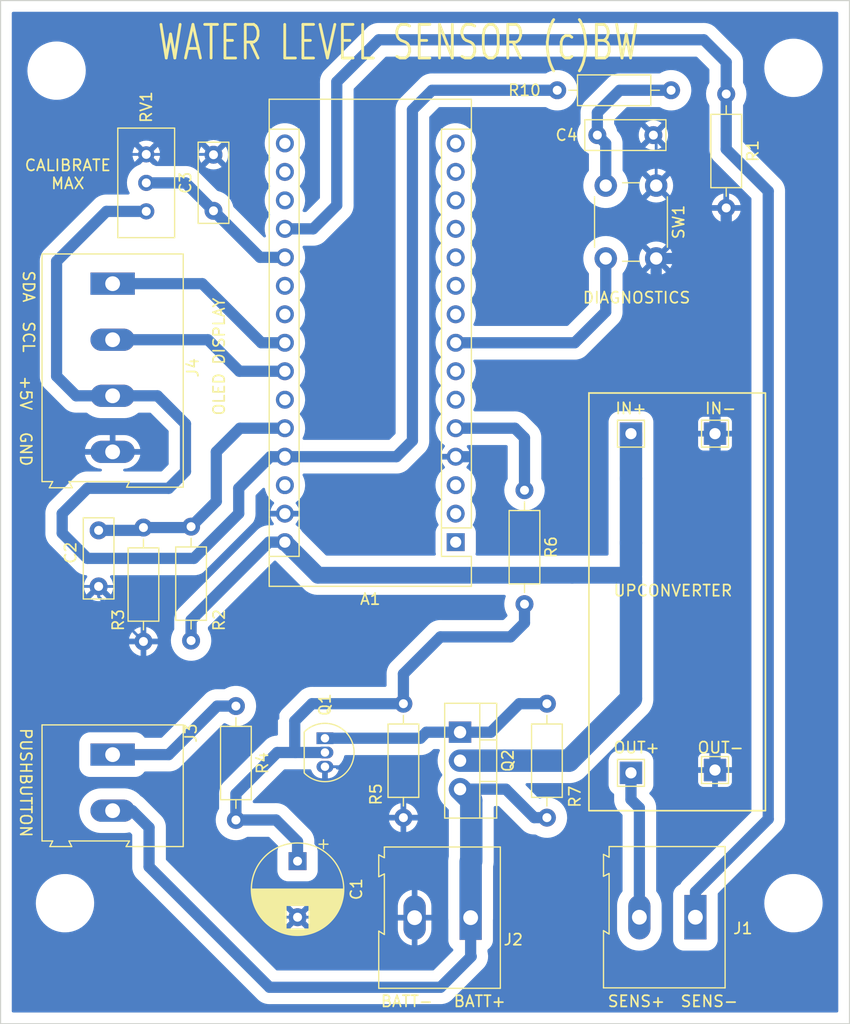
<source format=kicad_pcb>
(kicad_pcb (version 20211014) (generator pcbnew)
  (title_block (title "Water Level Sensor") (date "2023-08-28"))
  (layers (0 "F.Cu" signal) (31 "B.Cu" signal) (34 "B.Paste" user) (35 "F.Paste" user) (36 "B.SilkS" user "B.Silkscreen") (37 "F.SilkS" user "F.Silkscreen") (38 "B.Mask" user) (39 "F.Mask" user) (44 "Edge.Cuts" user))
  (net 0 "")
  (net 4 "GND")
  (net 5 "Net-(A1-Pad5)")
  (net 8 "Net-(A1-Pad8)")
  (net 19 "Net-(J1-Pad1)")
  (net 20 "Net-(A1-Pad20)")
  (net 23 "Net-(A1-Pad23)")
  (net 24 "Net-(A1-Pad24)")
  (net 26 "Net-(A1-Pad26)")
  (net 27 "+5V")
  (net 29 "+9VA")
  (net 30 "Net-(C1-Pad1)")
  (net 31 "Net-(J-UP1-Pad1)")
  (net 32 "+9V")
  (net 33 "Net-(J3-Pad1)")
  (net 34 "Net-(Q1-Pad1)")
  (footprint "Resistor_THT:R_Axial_DIN0207_L6.3mm_D2.5mm_P10.16mm_Horizontal" (layer "F.Cu") (at 132.67 54.75)
    (fp_text reference "R10" (at -2.92 0) (layer "F.SilkS"))
    (fp_text value "10K")
    (pad "1" thru_hole circle (at 0 0) (size 1.6 1.6) (drill 0.8) (layers *.Cu *.Mask) (net 27 "+5V"))
    (pad "2" thru_hole oval (at 10.16 0) (size 1.6 1.6) (drill 0.8) (layers *.Cu *.Mask) (net 8 "Net-(A1-Pad8)"))
  )
  (footprint "Resistor_THT:R_Axial_DIN0207_L6.3mm_D2.5mm_P10.16mm_Horizontal" (layer "F.Cu") (at 147.75 55.085 -90)
    (fp_text reference "R1" (at 5.08 -2.37 90) (layer "F.SilkS"))
    (fp_text value "220E")
    (pad "1" thru_hole circle (at 0 0 270) (size 1.6 1.6) (drill 0.8) (layers *.Cu *.Mask) (net 19 "Net-(J1-Pad1)"))
    (pad "2" thru_hole oval (at 10.16 0 270) (size 1.6 1.6) (drill 0.8) (layers *.Cu *.Mask) (net 4 "GND"))
  )
  (footprint "Capacitor_THT:C_Disc_D7.0mm_W2.5mm_P5.00mm" (layer "F.Cu") (at 136.25 58.75)
    (fp_text reference "C4" (at -2.75 0) (layer "F.SilkS"))
    (fp_text value "100n")
    (pad "1" thru_hole circle (at 0 0) (size 1.6 1.6) (drill 0.8) (layers *.Cu *.Mask) (net 8 "Net-(A1-Pad8)"))
    (pad "2" thru_hole circle (at 5 0) (size 1.6 1.6) (drill 0.8) (layers *.Cu *.Mask) (net 4 "GND"))
  )
  (footprint "TerminalBlock:TerminalBlock_Altech_AK300-4_P5.00mm" (layer "F.Cu") (at 93 72 -90)
    (fp_text reference "J4" (at 7.5 -7.15 90) (layer "F.SilkS"))
    (fp_text value " OLED Display")
    (pad "1" thru_hole rect (at 0 0 270) (size 1.98 3.96) (drill 1.32) (layers *.Cu *.Mask) (net 23 "Net-(A1-Pad23)"))
    (pad "2" thru_hole oval (at 5 0 270) (size 1.98 3.96) (drill 1.32) (layers *.Cu *.Mask) (net 24 "Net-(A1-Pad24)"))
    (pad "3" thru_hole oval (at 10 0 270) (size 1.98 3.96) (drill 1.32) (layers *.Cu *.Mask) (net 27 "+5V"))
    (pad "4" thru_hole oval (at 15 0 270) (size 1.98 3.96) (drill 1.32) (layers *.Cu *.Mask) (net 4 "GND"))
  )
  (footprint "Resistor_THT:R_Axial_DIN0207_L6.3mm_D2.5mm_P10.16mm_Horizontal" (layer "F.Cu") (at 118.945 109.46 -90)
    (fp_text reference "R5" (at 8.08 2.445 90) (layer "F.SilkS"))
    (fp_text value "47K")
    (pad "1" thru_hole circle (at 0 0 270) (size 1.6 1.6) (drill 0.8) (layers *.Cu *.Mask) (net 30 "Net-(C1-Pad1)"))
    (pad "2" thru_hole oval (at 10.16 0 270) (size 1.6 1.6) (drill 0.8) (layers *.Cu *.Mask) (net 4 "GND"))
  )
  (footprint "Button_Switch_THT:SW_PUSH_6mm" (layer "F.Cu") (at 141.5 63.25 -90)
    (fp_text reference "SW1" (at 3.25 -2 90) (layer "F.SilkS"))
    (fp_text value "DIAGNOSTICS")
    (pad "1" thru_hole circle (at 0 0) (size 2 2) (drill 1.1) (layers *.Cu *.Mask) (net 4 "GND"))
    (pad "1" thru_hole circle (at 6.5 0) (size 2 2) (drill 1.1) (layers *.Cu *.Mask) (net 4 "GND"))
    (pad "2" thru_hole circle (at 6.5 4.5) (size 2 2) (drill 1.1) (layers *.Cu *.Mask) (net 8 "Net-(A1-Pad8)"))
    (pad "2" thru_hole circle (at 0 4.5) (size 2 2) (drill 1.1) (layers *.Cu *.Mask) (net 8 "Net-(A1-Pad8)"))
  )
  (footprint "Package_TO_SOT_THT:TO-92_Inline" (layer "F.Cu") (at 111.945 112.54 -90)
    (fp_text reference "Q1" (at -3 0 90) (layer "F.SilkS"))
    (fp_text value "BC547")
    (pad "1" thru_hole rect (at 0 0 270) (size 1.05 1.5) (drill 0.75) (layers *.Cu *.Mask) (net 34 "Net-(Q1-Pad1)"))
    (pad "2" thru_hole oval (at 1.27 0 270) (size 1.05 1.5) (drill 0.75) (layers *.Cu *.Mask) (net 30 "Net-(C1-Pad1)"))
    (pad "3" thru_hole oval (at 2.54 0 270) (size 1.05 1.5) (drill 0.75) (layers *.Cu *.Mask) (net 4 "GND"))
  )
  (footprint "TestPoint:TestPoint_THTPad_2.0x2.0mm_Drill1.0mm" (layer "F.Cu") (at 146.75 115.375)
    (fp_text reference "OUT-" (at 0.5 -1.998) (layer "F.SilkS"))
    (fp_text value "UP-")
    (pad "1" thru_hole rect (at 0 0) (size 2 2) (drill 1) (layers *.Cu *.Mask) (net 4 "GND"))
  )
  (footprint "Resistor_THT:R_Axial_DIN0207_L6.3mm_D2.5mm_P10.16mm_Horizontal" (layer "F.Cu") (at 100 103.83 90)
    (fp_text reference "R2" (at 1.83 2.5 90) (layer "F.SilkS"))
    (fp_text value "33K")
    (pad "1" thru_hole circle (at 0 0 90) (size 1.6 1.6) (drill 0.8) (layers *.Cu *.Mask) (net 29 "+9VA"))
    (pad "2" thru_hole oval (at 10.16 0 90) (size 1.6 1.6) (drill 0.8) (layers *.Cu *.Mask) (net 26 "Net-(A1-Pad26)"))
  )
  (footprint "TestPoint:TestPoint_THTPad_2.0x2.0mm_Drill1.0mm" (layer "F.Cu") (at 139.25 85.375)
    (fp_text reference "IN+" (at 0 -2.25) (layer "F.SilkS"))
    (fp_text value "IN+")
    (pad "1" thru_hole rect (at 0 0) (size 2 2) (drill 1) (layers *.Cu *.Mask) (net 29 "+9VA"))
  )
  (footprint "Capacitor_THT:CP_Radial_D8.0mm_P5.00mm" (layer "F.Cu") (at 109.5 123.5 -90)
    (fp_text reference "C1" (at 2.5 -5.25 90) (layer "F.SilkS"))
    (fp_text value "100M")
    (pad "1" thru_hole rect (at 0 0 270) (size 1.6 1.6) (drill 0.8) (layers *.Cu *.Mask) (net 30 "Net-(C1-Pad1)"))
    (pad "2" thru_hole circle (at 5 0 270) (size 1.6 1.6) (drill 0.8) (layers *.Cu *.Mask) (net 4 "GND"))
  )
  (footprint "MountingHole:MountingHole_3.2mm_M3" (layer "F.Cu") (at 153.75 127.25)
    (fp_text reference "H4" hide)
    (fp_text value "MountingHole" hide)
    (pad "" np_thru_hole circle (at 0 0) (size 3.2 3.2) (drill 3.2) (layers *.Cu *.Mask))
  )
  (footprint "Module:Arduino_Nano" (layer "F.Cu") (at 123.61 95.05 180)
    (fp_text reference "A1" (at 7.62 -5.08) (layer "F.SilkS"))
    (fp_text value "Arduino_Nano_Every")
    (pad "1" thru_hole rect (at 0 0 180) (size 1.6 1.6) (drill 1) (layers *.Cu *.Mask))
    (pad "2" thru_hole oval (at 0 2.54 180) (size 1.6 1.6) (drill 1) (layers *.Cu *.Mask))
    (pad "3" thru_hole oval (at 0 5.08 180) (size 1.6 1.6) (drill 1) (layers *.Cu *.Mask))
    (pad "4" thru_hole oval (at 0 7.62 180) (size 1.6 1.6) (drill 1) (layers *.Cu *.Mask) (net 4 "GND"))
    (pad "5" thru_hole oval (at 0 10.16 180) (size 1.6 1.6) (drill 1) (layers *.Cu *.Mask) (net 5 "Net-(A1-Pad5)"))
    (pad "6" thru_hole oval (at 0 12.7 180) (size 1.6 1.6) (drill 1) (layers *.Cu *.Mask))
    (pad "7" thru_hole oval (at 0 15.24 180) (size 1.6 1.6) (drill 1) (layers *.Cu *.Mask))
    (pad "8" thru_hole oval (at 0 17.78 180) (size 1.6 1.6) (drill 1) (layers *.Cu *.Mask) (net 8 "Net-(A1-Pad8)"))
    (pad "9" thru_hole oval (at 0 20.32 180) (size 1.6 1.6) (drill 1) (layers *.Cu *.Mask))
    (pad "10" thru_hole oval (at 0 22.86 180) (size 1.6 1.6) (drill 1) (layers *.Cu *.Mask))
    (pad "11" thru_hole oval (at 0 25.4 180) (size 1.6 1.6) (drill 1) (layers *.Cu *.Mask))
    (pad "12" thru_hole oval (at 0 27.94 180) (size 1.6 1.6) (drill 1) (layers *.Cu *.Mask))
    (pad "13" thru_hole oval (at 0 30.48 180) (size 1.6 1.6) (drill 1) (layers *.Cu *.Mask))
    (pad "14" thru_hole oval (at 0 33.02 180) (size 1.6 1.6) (drill 1) (layers *.Cu *.Mask))
    (pad "15" thru_hole oval (at 0 35.56 180) (size 1.6 1.6) (drill 1) (layers *.Cu *.Mask))
    (pad "16" thru_hole oval (at 15.24 35.56 180) (size 1.6 1.6) (drill 1) (layers *.Cu *.Mask))
    (pad "17" thru_hole oval (at 15.24 33.02 180) (size 1.6 1.6) (drill 1) (layers *.Cu *.Mask))
    (pad "18" thru_hole oval (at 15.24 30.48 180) (size 1.6 1.6) (drill 1) (layers *.Cu *.Mask))
    (pad "19" thru_hole oval (at 15.24 27.94 180) (size 1.6 1.6) (drill 1) (layers *.Cu *.Mask) (net 19 "Net-(J1-Pad1)"))
    (pad "20" thru_hole oval (at 15.24 25.4 180) (size 1.6 1.6) (drill 1) (layers *.Cu *.Mask) (net 20 "Net-(A1-Pad20)"))
    (pad "21" thru_hole oval (at 15.24 22.86 180) (size 1.6 1.6) (drill 1) (layers *.Cu *.Mask))
    (pad "22" thru_hole oval (at 15.24 20.32 180) (size 1.6 1.6) (drill 1) (layers *.Cu *.Mask))
    (pad "23" thru_hole oval (at 15.24 17.78 180) (size 1.6 1.6) (drill 1) (layers *.Cu *.Mask) (net 23 "Net-(A1-Pad23)"))
    (pad "24" thru_hole oval (at 15.24 15.24 180) (size 1.6 1.6) (drill 1) (layers *.Cu *.Mask) (net 24 "Net-(A1-Pad24)"))
    (pad "25" thru_hole oval (at 15.24 12.7 180) (size 1.6 1.6) (drill 1) (layers *.Cu *.Mask))
    (pad "26" thru_hole oval (at 15.24 10.16 180) (size 1.6 1.6) (drill 1) (layers *.Cu *.Mask) (net 26 "Net-(A1-Pad26)"))
    (pad "27" thru_hole oval (at 15.24 7.62 180) (size 1.6 1.6) (drill 1) (layers *.Cu *.Mask) (net 27 "+5V"))
    (pad "28" thru_hole oval (at 15.24 5.08 180) (size 1.6 1.6) (drill 1) (layers *.Cu *.Mask))
    (pad "29" thru_hole oval (at 15.24 2.54 180) (size 1.6 1.6) (drill 1) (layers *.Cu *.Mask) (net 4 "GND"))
    (pad "30" thru_hole oval (at 15.24 0 180) (size 1.6 1.6) (drill 1) (layers *.Cu *.Mask) (net 29 "+9VA"))
  )
  (footprint "MountingHole:MountingHole_3.2mm_M3" (layer "F.Cu") (at 88.75 127.25)
    (fp_text reference "H3" hide)
    (fp_text value "MountingHole" hide)
    (pad "" np_thru_hole circle (at 0 0) (size 3.2 3.2) (drill 3.2) (layers *.Cu *.Mask))
  )
  (footprint "TerminalBlock:TerminalBlock_Altech_AK300-2_P5.00mm" (layer "F.Cu") (at 93 114 -90)
    (fp_text reference "J3" (at -1.92 -6.99 90) (layer "F.SilkS"))
    (fp_text value "PushButton")
    (pad "1" thru_hole rect (at 0 0 270) (size 1.98 3.96) (drill 1.32) (layers *.Cu *.Mask) (net 33 "Net-(J3-Pad1)"))
    (pad "2" thru_hole oval (at 5 0 270) (size 1.98 3.96) (drill 1.32) (layers *.Cu *.Mask) (net 32 "+9V"))
  )
  (footprint "Capacitor_THT:C_Disc_D7.0mm_W2.5mm_P5.00mm" (layer "F.Cu") (at 102 65.5 90)
    (fp_text reference "C3" (at 2.5 -2.5 90) (layer "F.SilkS"))
    (fp_text value "100n")
    (pad "1" thru_hole circle (at 0 0 90) (size 1.6 1.6) (drill 0.8) (layers *.Cu *.Mask) (net 20 "Net-(A1-Pad20)"))
    (pad "2" thru_hole circle (at 5 0 90) (size 1.6 1.6) (drill 0.8) (layers *.Cu *.Mask) (net 4 "GND"))
  )
  (footprint "Resistor_THT:R_Axial_DIN0207_L6.3mm_D2.5mm_P10.16mm_Horizontal" (layer "F.Cu") (at 131.75 119.62 90)
    (fp_text reference "R7" (at 1.87 2.5 90) (layer "F.SilkS"))
    (fp_text value "47K")
    (pad "1" thru_hole circle (at 0 0 90) (size 1.6 1.6) (drill 0.8) (layers *.Cu *.Mask) (net 32 "+9V"))
    (pad "2" thru_hole oval (at 10.16 0 90) (size 1.6 1.6) (drill 0.8) (layers *.Cu *.Mask) (net 34 "Net-(Q1-Pad1)"))
  )
  (footprint "Resistor_THT:R_Axial_DIN0207_L6.3mm_D2.5mm_P10.16mm_Horizontal" (layer "F.Cu") (at 95.75 93.75 -90)
    (fp_text reference "R3" (at 8.25 2.25 90) (layer "F.SilkS"))
    (fp_text value "10K")
    (pad "1" thru_hole circle (at 0 0 270) (size 1.6 1.6) (drill 0.8) (layers *.Cu *.Mask) (net 26 "Net-(A1-Pad26)"))
    (pad "2" thru_hole oval (at 10.16 0 270) (size 1.6 1.6) (drill 0.8) (layers *.Cu *.Mask) (net 4 "GND"))
  )
  (footprint "MountingHole:MountingHole_3.2mm_M3" (layer "F.Cu") (at 88 53)
    (fp_text reference "H2" hide)
    (fp_text value "MountingHole" hide)
    (pad "" np_thru_hole circle (at 0 0) (size 3.2 3.2) (drill 3.2) (layers *.Cu *.Mask))
  )
  (footprint "TestPoint:TestPoint_THTPad_2.0x2.0mm_Drill1.0mm" (layer "F.Cu") (at 139.25 115.625)
    (fp_text reference "OUT+" (at 0.5 -2.25) (layer "F.SilkS"))
    (fp_text value "UP+")
    (pad "1" thru_hole rect (at 0 0) (size 2 2) (drill 1) (layers *.Cu *.Mask) (net 31 "Net-(J-UP1-Pad1)"))
  )
  (footprint "Resistor_THT:R_Axial_DIN0207_L6.3mm_D2.5mm_P10.16mm_Horizontal" (layer "F.Cu") (at 104 109.67 -90)
    (fp_text reference "R4" (at 5.08 -2.37 90) (layer "F.SilkS"))
    (fp_text value "1K")
    (pad "1" thru_hole circle (at 0 0 270) (size 1.6 1.6) (drill 0.8) (layers *.Cu *.Mask) (net 33 "Net-(J3-Pad1)"))
    (pad "2" thru_hole oval (at 10.16 0 270) (size 1.6 1.6) (drill 0.8) (layers *.Cu *.Mask) (net 30 "Net-(C1-Pad1)"))
  )
  (footprint "Resistor_THT:R_Axial_DIN0207_L6.3mm_D2.5mm_P10.16mm_Horizontal" (layer "F.Cu") (at 129.75 90.42 -90)
    (fp_text reference "R6" (at 5.08 -2.37 90) (layer "F.SilkS"))
    (fp_text value "1K")
    (pad "1" thru_hole circle (at 0 0 270) (size 1.6 1.6) (drill 0.8) (layers *.Cu *.Mask) (net 5 "Net-(A1-Pad5)"))
    (pad "2" thru_hole oval (at 10.16 0 270) (size 1.6 1.6) (drill 0.8) (layers *.Cu *.Mask) (net 30 "Net-(C1-Pad1)"))
  )
  (footprint "TerminalBlock:TerminalBlock_Altech_AK300-2_P5.00mm" (layer "F.Cu") (at 124.945 128.54 180)
    (fp_text reference "J2" (at -3.805 -1.96) (layer "F.SilkS"))
    (fp_text value "Battery")
    (pad "1" thru_hole rect (at 0 0 180) (size 1.98 3.96) (drill 1.32) (layers *.Cu *.Mask) (net 32 "+9V"))
    (pad "2" thru_hole oval (at 5 0 180) (size 1.98 3.96) (drill 1.32) (layers *.Cu *.Mask) (net 4 "GND"))
  )
  (footprint "Potentiometer_THT:Potentiometer_Bourns_3296W_Vertical" (layer "F.Cu") (at 96 65.55 -90)
    (fp_text reference "RV1" (at -9.3 0 90) (layer "F.SilkS"))
    (fp_text value "Calibrate max")
    (pad "1" thru_hole circle (at 0 0 270) (size 1.44 1.44) (drill 0.8) (layers *.Cu *.Mask) (net 27 "+5V"))
    (pad "2" thru_hole circle (at -2.54 0 270) (size 1.44 1.44) (drill 0.8) (layers *.Cu *.Mask) (net 20 "Net-(A1-Pad20)"))
    (pad "3" thru_hole circle (at -5.08 0 270) (size 1.44 1.44) (drill 0.8) (layers *.Cu *.Mask) (net 4 "GND"))
  )
  (footprint "MountingHole:MountingHole_3.2mm_M3" (layer "F.Cu") (at 153.75 52.75)
    (fp_text reference "H1" hide)
    (fp_text value "MountingHole" hide)
    (pad "" np_thru_hole circle (at 0 0) (size 3.2 3.2) (drill 3.2) (layers *.Cu *.Mask))
  )
  (footprint "TestPoint:TestPoint_THTPad_2.0x2.0mm_Drill1.0mm" (layer "F.Cu") (at 146.75 85.375)
    (fp_text reference "IN-" (at 0.5 -2.25) (layer "F.SilkS"))
    (fp_text value "IN-")
    (pad "1" thru_hole rect (at 0 0) (size 2 2) (drill 1) (layers *.Cu *.Mask) (net 4 "GND"))
  )
  (footprint "TerminalBlock:TerminalBlock_Altech_AK300-2_P5.00mm" (layer "F.Cu") (at 145 128.5 180)
    (fp_text reference "J1" (at -4.235 -1) (layer "F.SilkS"))
    (fp_text value "Sensor")
    (pad "1" thru_hole rect (at 0 0 180) (size 1.98 3.96) (drill 1.32) (layers *.Cu *.Mask) (net 19 "Net-(J1-Pad1)"))
    (pad "2" thru_hole oval (at 5 0 180) (size 1.98 3.96) (drill 1.32) (layers *.Cu *.Mask) (net 31 "Net-(J-UP1-Pad1)"))
  )
  (footprint "Package_TO_SOT_THT:TO-220-3_Vertical" (layer "F.Cu") (at 124 112 -90)
    (fp_text reference "Q2" (at 2.54 -4.27 90) (layer "F.SilkS"))
    (fp_text value "IRF9540N")
    (pad "1" thru_hole rect (at 0 0 270) (size 1.905 2) (drill 1.1) (layers *.Cu *.Mask) (net 34 "Net-(Q1-Pad1)"))
    (pad "2" thru_hole oval (at 2.54 0 270) (size 1.905 2) (drill 1.1) (layers *.Cu *.Mask) (net 29 "+9VA"))
    (pad "3" thru_hole oval (at 5.08 0 270) (size 1.905 2) (drill 1.1) (layers *.Cu *.Mask) (net 32 "+9V"))
  )
  (footprint "Capacitor_THT:C_Disc_D7.0mm_W2.5mm_P5.00mm" (layer "F.Cu") (at 91.75 94 -90)
    (fp_text reference "C2" (at 2 2.5 90) (layer "F.SilkS"))
    (fp_text value "100n")
    (pad "1" thru_hole circle (at 0 0 270) (size 1.6 1.6) (drill 0.8) (layers *.Cu *.Mask) (net 26 "Net-(A1-Pad26)"))
    (pad "2" thru_hole circle (at 5 0 270) (size 1.6 1.6) (drill 0.8) (layers *.Cu *.Mask) (net 4 "GND"))
  )
  (gr_rect (start 135.5 119) (end 151.25 81.75) (layer "F.SilkS") (width 0.15) (fill none))
  (gr_rect (start 83 138) (end 158.75 46.75) (layer "Edge.Cuts") (width 0.1) (fill none))
  (gr_text "CALIBRATE\nMAX" (at 89 62.25) (layer "F.SilkS") (effects (font (size 1 1))))
  (gr_text "GND" (at 85.25 86.75 -90) (layer "F.SilkS") (effects (font (size 1 1))))
  (gr_text "BATT+" (at 125.75 136) (layer "F.SilkS") (effects (font (size 1 1))))
  (gr_text "BATT-" (at 119.25 136) (layer "F.SilkS") (effects (font (size 1 1))))
  (gr_text "SENS+" (at 139.735 136) (layer "F.SilkS") (effects (font (size 1 1))))
  (gr_text "SENS-" (at 146.235 136) (layer "F.SilkS") (effects (font (size 1 1))))
  (gr_text "OLED DISPLAY" (at 102.5 78.5 90) (layer "F.SilkS") (effects (font (size 1 1))))
  (gr_text "UPCONVERTER" (at 143 99.375) (layer "F.SilkS") (effects (font (size 1 1))))
  (gr_text "SDA" (at 85.5 72.25 -90) (layer "F.SilkS") (effects (font (size 1 1))))
  (gr_text "DIAGNOSTICS" (at 139.75 73.25) (layer "F.SilkS") (effects (font (size 1 1))))
  (gr_text "SCL" (at 85.5 76.75 270) (layer "F.SilkS") (effects (font (size 1 1))))
  (gr_text "PUSHBUTTON" (at 85.25 116.5 270) (layer "F.SilkS") (effects (font (size 1 1))))
  (gr_text "+5V" (at 85.25 81.75 270) (layer "F.SilkS") (effects (font (size 1 1))))
  (gr_text "WATER LEVEL SENSOR (c)BW" (at 118.5 50.5) (layer "F.SilkS") (effects (font (size 3 2) (thickness 0.25))))
  (segment (start 113.75 118) (end 113.75 115.5) (width 0.25) (layer "B.Cu") (net 4))
  (segment (start 90.25 87) (end 86 91.25) (width 0.25) (layer "B.Cu") (net 4))
  (segment (start 106.75 128.5) (end 100.5 122.25) (width 0.25) (layer "B.Cu") (net 4))
  (segment (start 141.5 63.25) (end 141.5 59) (width 0.25) (layer "B.Cu") (net 4))
  (segment (start 95.75 105.5) (end 95.75 103.91) (width 0.25) (layer "B.Cu") (net 4))
  (segment (start 86 91.25) (end 86 91.5) (width 0.25) (layer "B.Cu") (net 4))
  (segment (start 119.905 128.5) (end 119.945 128.54) (width 0.25) (layer "B.Cu") (net 4))
  (segment (start 91.78 60.47) (end 85.25 67) (width 0.25) (layer "B.Cu") (net 4))
  (segment (start 134.25 82.75) (end 134.25 90.75) (width 1) (layer "B.Cu") (net 4))
  (segment (start 109.5 128.5) (end 119.905 128.5) (width 0.25) (layer "B.Cu") (net 4))
  (segment (start 118.945 119.62) (end 115.37 119.62) (width 0.25) (layer "B.Cu") (net 4))
  (segment (start 98.75 106.75) (end 97 106.75) (width 0.25) (layer "B.Cu") (net 4))
  (segment (start 134.25 82.75) (end 141.5 75.5) (width 1) (layer "B.Cu") (net 4))
  (segment (start 128 93) (end 126.75 91.75) (width 1) (layer "B.Cu") (net 4))
  (segment (start 106.5 92.5) (end 106.51 92.51) (width 0.25) (layer "B.Cu") (net 4))
  (segment (start 146.75 115.375) (end 146.75 98.125) (width 1) (layer "B.Cu") (net 4))
  (segment (start 91.75 99.91) (end 91.75 99) (width 0.25) (layer "B.Cu") (net 4))
  (segment (start 107.75 110.75) (end 107.75 109.25) (width 0.25) (layer "B.Cu") (net 4))
  (segment (start 141.5 75.5) (end 141.5 69.75) (width 1) (layer "B.Cu") (net 4))
  (segment (start 105.25 106.75) (end 98.75 106.75) (width 0.25) (layer "B.Cu") (net 4))
  (segment (start 101.97 60.47) (end 102 60.5) (width 0.25) (layer "B.Cu") (net 4))
  (segment (start 91.75 99) (end 100 99) (width 0.25) (layer "B.Cu") (net 4))
  (segment (start 113.75 115.5) (end 113.33 115.08) (width 0.25) (layer "B.Cu") (net 4))
  (segment (start 119.945 128.54) (end 119.945 123.445) (width 0.25) (layer "B.Cu") (net 4))
  (segment (start 93 87) (end 90.25 87) (width 0.25) (layer "B.Cu") (net 4))
  (segment (start 100 99) (end 106.5 92.5) (width 0.25) (layer "B.Cu") (net 4))
  (segment (start 128 93) (end 132 93) (width 1) (layer "B.Cu") (net 4))
  (segment (start 121.82 87.43) (end 123.61 87.43) (width 0.25) (layer "B.Cu") (net 4))
  (segment (start 146.75 71) (end 145.5 69.75) (width 1) (layer "B.Cu") (net 4))
  (segment (start 86 91.5) (end 86 96) (width 0.25) (layer "B.Cu") (net 4))
  (segment (start 115.37 119.62) (end 113.75 118) (width 0.25) (layer "B.Cu") (net 4))
  (segment (start 119.945 123.445) (end 118.945 122.445) (width 0.25) (layer "B.Cu") (net 4))
  (segment (start 113.33 115.08) (end 111.945 115.08) (width 0.25) (layer "B.Cu") (net 4))
  (segment (start 97 106.75) (end 95.75 105.5) (width 0.25) (layer "B.Cu") (net 4))
  (segment (start 116.74 92.51) (end 121.82 87.43) (width 0.25) (layer "B.Cu") (net 4))
  (segment (start 141.5 59) (end 141.25 58.75) (width 0.25) (layer "B.Cu") (net 4))
  (segment (start 86 96) (end 89 99) (width 0.25) (layer "B.Cu") (net 4))
  (segment (start 146.75 98.125) (end 146.75 85.375) (width 1) (layer "B.Cu") (net 4))
  (segment (start 125.68 87.43) (end 123.61 87.43) (width 1) (layer "B.Cu") (net 4))
  (segment (start 126.75 88.5) (end 125.68 87.43) (width 1) (layer "B.Cu") (net 4))
  (segment (start 132 93) (end 134.25 90.75) (width 1) (layer "B.Cu") (net 4))
  (segment (start 100.5 115.75) (end 103 113.25) (width 0.25) (layer "B.Cu") (net 4))
  (segment (start 85.25 67) (end 85.25 90.75) (width 0.25) (layer "B.Cu") (net 4))
  (segment (start 89 99) (end 91.75 99) (width 0.25) (layer "B.Cu") (net 4))
  (segment (start 141.5 69.75) (end 145.5 69.75) (width 1) (layer "B.Cu") (net 4))
  (segment (start 145.5 69.75) (end 147.75 67.5) (width 1) (layer "B.Cu") (net 4))
  (segment (start 103.5 113.25) (end 105.25 113.25) (width 0.25) (layer "B.Cu") (net 4))
  (segment (start 146.75 85.375) (end 146.75 71.5) (width 1) (layer "B.Cu") (net 4))
  (segment (start 108.37 92.51) (end 116.74 92.51) (width 0.25) (layer "B.Cu") (net 4))
  (segment (start 126.75 91.75) (end 126.75 88.5) (width 1) (layer "B.Cu") (net 4))
  (segment (start 100.5 122.25) (end 100.5 115.75) (width 0.25) (layer "B.Cu") (net 4))
  (segment (start 107.75 109.25) (end 105.25 106.75) (width 0.25) (layer "B.Cu") (net 4))
  (segment (start 96 60.47) (end 101.97 60.47) (width 0.25) (layer "B.Cu") (net 4))
  (segment (start 96 60.47) (end 91.78 60.47) (width 0.25) (layer "B.Cu") (net 4))
  (segment (start 85.25 90.75) (end 86 91.5) (width 0.25) (layer "B.Cu") (net 4))
  (segment (start 105.25 113.25) (end 107.75 110.75) (width 0.25) (layer "B.Cu") (net 4))
  (segment (start 103 113.25) (end 103.5 113.25) (width 0.25) (layer "B.Cu") (net 4))
  (segment (start 109.5 128.5) (end 106.75 128.5) (width 0.25) (layer "B.Cu") (net 4))
  (segment (start 118.945 122.445) (end 118.945 119.62) (width 0.25) (layer "B.Cu") (net 4))
  (segment (start 146.75 71.5) (end 146.75 71) (width 0.25) (layer "B.Cu") (net 4))
  (segment (start 95.75 103.91) (end 91.75 99.91) (width 0.25) (layer "B.Cu") (net 4))
  (segment (start 147.75 67.5) (end 147.75 65.245) (width 1) (layer "B.Cu") (net 4))
  (segment (start 106.51 92.51) (end 108.37 92.51) (width 0.25) (layer "B.Cu") (net 4))
  (segment (start 128.89 84.89) (end 129.75 85.75) (width 1) (layer "B.Cu") (net 5))
  (segment (start 123.61 84.89) (end 128.89 84.89) (width 1) (layer "B.Cu") (net 5))
  (segment (start 129.75 85.75) (end 129.75 90) (width 1) (layer "B.Cu") (net 5))
  (segment (start 137 74.5) (end 137 69.75) (width 1) (layer "B.Cu") (net 8))
  (segment (start 134.23 77.27) (end 137 74.5) (width 1) (layer "B.Cu") (net 8))
  (segment (start 138.25 54.75) (end 142.83 54.75) (width 1) (layer "B.Cu") (net 8))
  (segment (start 137 59.5) (end 136.25 58.75) (width 1) (layer "B.Cu") (net 8))
  (segment (start 123.61 77.27) (end 134.23 77.27) (width 1) (layer "B.Cu") (net 8))
  (segment (start 137 63.25) (end 137 59.5) (width 1) (layer "B.Cu") (net 8))
  (segment (start 136.25 56.75) (end 138.25 54.75) (width 1) (layer "B.Cu") (net 8))
  (segment (start 136.25 58.75) (end 136.25 56.75) (width 1) (layer "B.Cu") (net 8))
  (segment (start 145 128.5) (end 145 126.25) (width 1) (layer "B.Cu") (net 19))
  (segment (start 147.75 52.25) (end 147.75 55.085) (width 1) (layer "B.Cu") (net 19))
  (segment (start 113 54) (end 116.75 50.25) (width 1) (layer "B.Cu") (net 19))
  (segment (start 147.75 60) (end 147.75 55.085) (width 1) (layer "B.Cu") (net 19))
  (segment (start 151.5 119.75) (end 151.5 63.75) (width 1) (layer "B.Cu") (net 19))
  (segment (start 110.89 67.11) (end 113 65) (width 1) (layer "B.Cu") (net 19))
  (segment (start 116.75 50.25) (end 145.75 50.25) (width 1) (layer "B.Cu") (net 19))
  (segment (start 113 65) (end 113 54) (width 1) (layer "B.Cu") (net 19))
  (segment (start 145.75 50.25) (end 147.75 52.25) (width 1) (layer "B.Cu") (net 19))
  (segment (start 108.37 67.11) (end 110.89 67.11) (width 1) (layer "B.Cu") (net 19))
  (segment (start 151.5 63.75) (end 147.75 60) (width 1) (layer "B.Cu") (net 19))
  (segment (start 145 126.25) (end 151.5 119.75) (width 1) (layer "B.Cu") (net 19))
  (segment (start 96 63.01) (end 99.51 63.01) (width 1) (layer "B.Cu") (net 20))
  (segment (start 99.51 63.01) (end 102 65.5) (width 1) (layer "B.Cu") (net 20))
  (segment (start 102 65.5) (end 106.15 69.65) (width 1) (layer "B.Cu") (net 20))
  (segment (start 106.15 69.65) (end 108.37 69.65) (width 1) (layer "B.Cu") (net 20))
  (segment (start 101 72) (end 106.27 77.27) (width 1) (layer "B.Cu") (net 23))
  (segment (start 93 72) (end 101 72) (width 1) (layer "B.Cu") (net 23))
  (segment (start 106.27 77.27) (end 108.37 77.27) (width 1) (layer "B.Cu") (net 23))
  (segment (start 93 77) (end 101.5 77) (width 1) (layer "B.Cu") (net 24))
  (segment (start 104.31 79.81) (end 108.37 79.81) (width 1) (layer "B.Cu") (net 24))
  (segment (start 101.5 77) (end 104.31 79.81) (width 1) (layer "B.Cu") (net 24))
  (segment (start 102.25 91.42) (end 102.25 87) (width 1) (layer "B.Cu") (net 26))
  (segment (start 95.5 94) (end 95.75 93.75) (width 0.25) (layer "B.Cu") (net 26))
  (segment (start 99.92 93.75) (end 100 93.67) (width 0.25) (layer "B.Cu") (net 26))
  (segment (start 91.75 94) (end 95.5 94) (width 1) (layer "B.Cu") (net 26))
  (segment (start 102.25 87) (end 104.36 84.89) (width 1) (layer "B.Cu") (net 26))
  (segment (start 104.36 84.89) (end 108.37 84.89) (width 1) (layer "B.Cu") (net 26))
  (segment (start 100 93.67) (end 102.25 91.42) (width 1) (layer "B.Cu") (net 26))
  (segment (start 95.75 93.75) (end 99.92 93.75) (width 1) (layer "B.Cu") (net 26))
  (segment (start 97 82) (end 93 82) (width 1) (layer "B.Cu") (net 27))
  (segment (start 107.07 87.43) (end 104.25 90.25) (width 1) (layer "B.Cu") (net 27))
  (segment (start 121.5 54.75) (end 132.67 54.75) (width 1) (layer "B.Cu") (net 27))
  (segment (start 107.07 87.43) (end 108.37 87.43) (width 1) (layer "B.Cu") (net 27))
  (segment (start 119.75 86) (end 119.75 56.5) (width 1) (layer "B.Cu") (net 27))
  (segment (start 104.25 90.25) (end 104.25 92.5) (width 1) (layer "B.Cu") (net 27))
  (segment (start 96 65.55) (end 92.45 65.55) (width 1) (layer "B.Cu") (net 27))
  (segment (start 88 70) (end 88 80.25) (width 1) (layer "B.Cu") (net 27))
  (segment (start 88 80.25) (end 89.75 82) (width 1) (layer "B.Cu") (net 27))
  (segment (start 108.37 87.43) (end 118.32 87.43) (width 1) (layer "B.Cu") (net 27))
  (segment (start 119.75 56.5) (end 121.5 54.75) (width 1) (layer "B.Cu") (net 27))
  (segment (start 104.25 92.5) (end 100.25 96.5) (width 1) (layer "B.Cu") (net 27))
  (segment (start 99.5 84.5) (end 97 82) (width 1) (layer "B.Cu") (net 27))
  (segment (start 88.5 94.25) (end 88.5 92.5) (width 1) (layer "B.Cu") (net 27))
  (segment (start 88.5 92.5) (end 90.75 90.25) (width 1) (layer "B.Cu") (net 27))
  (segment (start 99.5 88.75) (end 99.5 84.5) (width 1) (layer "B.Cu") (net 27))
  (segment (start 100.25 96.5) (end 90.75 96.5) (width 1) (layer "B.Cu") (net 27))
  (segment (start 118.32 87.43) (end 119.75 86) (width 1) (layer "B.Cu") (net 27))
  (segment (start 90.75 96.5) (end 88.5 94.25) (width 1) (layer "B.Cu") (net 27))
  (segment (start 92.45 65.55) (end 88 70) (width 1) (layer "B.Cu") (net 27))
  (segment (start 89.75 82) (end 93 82) (width 1) (layer "B.Cu") (net 27))
  (segment (start 90.75 90.25) (end 98 90.25) (width 1) (layer "B.Cu") (net 27))
  (segment (start 98 90.25) (end 99.5 88.75) (width 1) (layer "B.Cu") (net 27))
  (segment (start 139.25 95.125) (end 139.25 89.375) (width 2) (layer "B.Cu") (net 29))
  (segment (start 124 114.54) (end 133.71 114.54) (width 2) (layer "B.Cu") (net 29))
  (segment (start 134 98) (end 111.32 98) (width 1.5) (layer "B.Cu") (net 29))
  (segment (start 134 98) (end 139.25 98) (width 1.5) (layer "B.Cu") (net 29))
  (segment (start 139.25 89.375) (end 139.25 85.375) (width 2) (layer "B.Cu") (net 29))
  (segment (start 133.71 114.54) (end 139.25 109) (width 2) (layer "B.Cu") (net 29))
  (segment (start 100 103.83) (end 100 102) (width 1) (layer "B.Cu") (net 29))
  (segment (start 100 102) (end 106.95 95.05) (width 1) (layer "B.Cu") (net 29))
  (segment (start 111.32 98) (end 108.37 95.05) (width 1.5) (layer "B.Cu") (net 29))
  (segment (start 139.25 109) (end 139.25 98.25) (width 2) (layer "B.Cu") (net 29))
  (segment (start 139.25 98) (end 139.25 95.125) (width 2) (layer "B.Cu") (net 29))
  (segment (start 139.25 98.25) (end 139.25 98) (width 0.25) (layer "B.Cu") (net 29))
  (segment (start 106.95 95.05) (end 108.37 95.05) (width 1) (layer "B.Cu") (net 29))
  (segment (start 107.69 113.81) (end 109.31 113.81) (width 1) (layer "B.Cu") (net 30))
  (segment (start 118.945 106.805) (end 122.25 103.5) (width 1) (layer "B.Cu") (net 30))
  (segment (start 104 119.83) (end 104 117.5) (width 1) (layer "B.Cu") (net 30))
  (segment (start 122.25 103.5) (end 128.5 103.5) (width 1) (layer "B.Cu") (net 30))
  (segment (start 109.31 113.81) (end 111.945 113.81) (width 1) (layer "B.Cu") (net 30))
  (segment (start 107.58 119.83) (end 109.5 121.75) (width 1) (layer "B.Cu") (net 30))
  (segment (start 109.5 121.75) (end 109.5 123.5) (width 1) (layer "B.Cu") (net 30))
  (segment (start 110.79 109.46) (end 118.945 109.46) (width 1) (layer "B.Cu") (net 30))
  (segment (start 128.5 103.5) (end 129.75 102.25) (width 1) (layer "B.Cu") (net 30))
  (segment (start 104 117.5) (end 107.69 113.81) (width 1) (layer "B.Cu") (net 30))
  (segment (start 109.25 113.75) (end 109.25 111) (width 1) (layer "B.Cu") (net 30))
  (segment (start 118.945 109.46) (end 118.945 106.805) (width 1) (layer "B.Cu") (net 30))
  (segment (start 129.75 102.25) (end 129.75 100.58) (width 1) (layer "B.Cu") (net 30))
  (segment (start 109.31 113.81) (end 109.25 113.75) (width 0.25) (layer "B.Cu") (net 30))
  (segment (start 104 119.83) (end 107.58 119.83) (width 1) (layer "B.Cu") (net 30))
  (segment (start 109.25 111) (end 110.79 109.46) (width 1) (layer "B.Cu") (net 30))
  (segment (start 140 128.5) (end 140 118.75) (width 1) (layer "B.Cu") (net 31))
  (segment (start 140 118.75) (end 139.25 118) (width 1) (layer "B.Cu") (net 31))
  (segment (start 139.25 118) (end 139.25 115.625) (width 1) (layer "B.Cu") (net 31))
  (segment (start 125 132) (end 124.945 131.945) (width 0.25) (layer "B.Cu") (net 32))
  (segment (start 122.25 134.75) (end 125 132) (width 1) (layer "B.Cu") (net 32))
  (segment (start 93 119) (end 94.75 119) (width 1) (layer "B.Cu") (net 32))
  (segment (start 96.25 120.5) (end 96.25 124) (width 1) (layer "B.Cu") (net 32))
  (segment (start 124.945 128.54) (end 124.945 123.555) (width 2) (layer "B.Cu") (net 32))
  (segment (start 94.75 119) (end 96.25 120.5) (width 1) (layer "B.Cu") (net 32))
  (segment (start 124 117.08) (end 128.08 117.08) (width 1) (layer "B.Cu") (net 32))
  (segment (start 128.08 117.08) (end 130.62 119.62) (width 1) (layer "B.Cu") (net 32))
  (segment (start 125 118.08) (end 124 117.08) (width 2) (layer "B.Cu") (net 32))
  (segment (start 125 123.5) (end 125 118.08) (width 2) (layer "B.Cu") (net 32))
  (segment (start 124.945 123.555) (end 125 123.5) (width 0.25) (layer "B.Cu") (net 32))
  (segment (start 130.62 119.62) (end 131.75 119.62) (width 1) (layer "B.Cu") (net 32))
  (segment (start 124.945 131.945) (end 124.945 128.54) (width 1) (layer "B.Cu") (net 32))
  (segment (start 107 134.75) (end 122.25 134.75) (width 1) (layer "B.Cu") (net 32))
  (segment (start 96.25 124) (end 107 134.75) (width 1) (layer "B.Cu") (net 32))
  (segment (start 102.33 109.67) (end 104 109.67) (width 1) (layer "B.Cu") (net 33))
  (segment (start 98 114) (end 102.33 109.67) (width 1) (layer "B.Cu") (net 33))
  (segment (start 93 114) (end 98 114) (width 1) (layer "B.Cu") (net 33))
  (segment (start 121 112) (end 124 112) (width 1) (layer "B.Cu") (net 34))
  (segment (start 124 112) (end 126.75 112) (width 1) (layer "B.Cu") (net 34))
  (segment (start 120.46 112.54) (end 121 112) (width 1) (layer "B.Cu") (net 34))
  (segment (start 126.75 112) (end 129.29 109.46) (width 1) (layer "B.Cu") (net 34))
  (segment (start 111.945 112.54) (end 120.46 112.54) (width 1) (layer "B.Cu") (net 34))
  (segment (start 129.29 109.46) (end 131.75 109.46) (width 1) (layer "B.Cu") (net 34))
  (zone (net 4) (net_name "GND") (layer "B.Cu") (connect_pads (clearance 1)) (min_thickness 0.254) (fill yes (thermal_gap 0.508) (thermal_bridge_width 0.508))
    (polygon (pts (xy 157.75 137.5) (xy 84 137.5) (xy 84 46.75) (xy 157.75 46.75)))
  )
)
</source>
